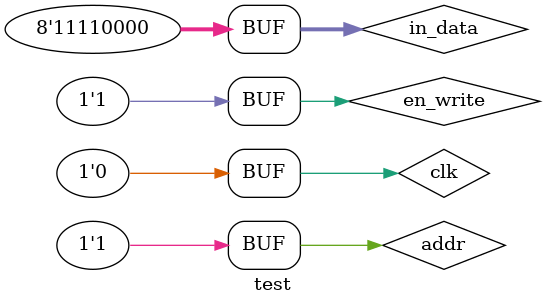
<source format=v>

module Memory1x8(
    input wire clk,
    input wire en_write,
    input wire addr,
    input wire [7:0] in_data,
    output reg [7:0] out_data
);

    reg [7:0] mem [0:0];  

    // Escreve na memória na borda de subida do clock se en_write estiver ativo
    always @(posedge clk) begin
        if (en_write) begin
            mem[0] <= in_data;  
        end
    end

    // Lê da memória na borda de descida do clock
    always @(negedge clk) begin
        out_data <= mem[0];  
    end

endmodule

module test;
    reg clk, en_write, addr;
    reg [7:0] in_data;
    wire [7:0] result;

    Memory1x8 mem_inst (clk, en_write, addr, in_data, result); 

    initial begin
        $display("Guia_1202.v - Ana Clara Lonczynski");
        $display("==================================");
        $display("Memory Test");

        $monitor ("%4d %4d %4d %8b | %8b", clk, en_write, addr, in_data, result);
        clk = 1;
        en_write = 1;
        addr = 1;
        in_data = 8'b10010100;  // Escreve um valor na memória

        // Simulação de ciclos de clock
        #10 clk = 0; en_write = 1; addr = 0; in_data = 8'b00010100;  
        #10 clk = 1; en_write = 1; addr = 1; in_data = 8'b11110000;  
        #10 clk = 0;  
    end
endmodule

</source>
